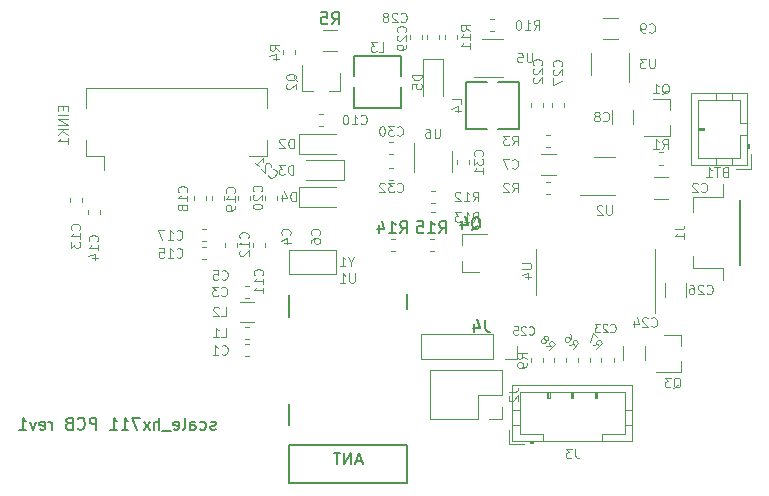
<source format=gbo>
G04 #@! TF.GenerationSoftware,KiCad,Pcbnew,5.1.5-52549c5~84~ubuntu18.04.1*
G04 #@! TF.CreationDate,2020-03-10T15:06:30+05:30*
G04 #@! TF.ProjectId,scale_hx711,7363616c-655f-4687-9837-31312e6b6963,rev?*
G04 #@! TF.SameCoordinates,Original*
G04 #@! TF.FileFunction,Legend,Bot*
G04 #@! TF.FilePolarity,Positive*
%FSLAX46Y46*%
G04 Gerber Fmt 4.6, Leading zero omitted, Abs format (unit mm)*
G04 Created by KiCad (PCBNEW 5.1.5-52549c5~84~ubuntu18.04.1) date 2020-03-10 15:06:30*
%MOMM*%
%LPD*%
G04 APERTURE LIST*
%ADD10C,0.150000*%
%ADD11C,0.120000*%
G04 APERTURE END LIST*
D10*
X34809523Y-45404761D02*
X34714285Y-45452380D01*
X34523809Y-45452380D01*
X34428571Y-45404761D01*
X34380952Y-45309523D01*
X34380952Y-45261904D01*
X34428571Y-45166666D01*
X34523809Y-45119047D01*
X34666666Y-45119047D01*
X34761904Y-45071428D01*
X34809523Y-44976190D01*
X34809523Y-44928571D01*
X34761904Y-44833333D01*
X34666666Y-44785714D01*
X34523809Y-44785714D01*
X34428571Y-44833333D01*
X33523809Y-45404761D02*
X33619047Y-45452380D01*
X33809523Y-45452380D01*
X33904761Y-45404761D01*
X33952380Y-45357142D01*
X34000000Y-45261904D01*
X34000000Y-44976190D01*
X33952380Y-44880952D01*
X33904761Y-44833333D01*
X33809523Y-44785714D01*
X33619047Y-44785714D01*
X33523809Y-44833333D01*
X32666666Y-45452380D02*
X32666666Y-44928571D01*
X32714285Y-44833333D01*
X32809523Y-44785714D01*
X33000000Y-44785714D01*
X33095238Y-44833333D01*
X32666666Y-45404761D02*
X32761904Y-45452380D01*
X33000000Y-45452380D01*
X33095238Y-45404761D01*
X33142857Y-45309523D01*
X33142857Y-45214285D01*
X33095238Y-45119047D01*
X33000000Y-45071428D01*
X32761904Y-45071428D01*
X32666666Y-45023809D01*
X32047619Y-45452380D02*
X32142857Y-45404761D01*
X32190476Y-45309523D01*
X32190476Y-44452380D01*
X31285714Y-45404761D02*
X31380952Y-45452380D01*
X31571428Y-45452380D01*
X31666666Y-45404761D01*
X31714285Y-45309523D01*
X31714285Y-44928571D01*
X31666666Y-44833333D01*
X31571428Y-44785714D01*
X31380952Y-44785714D01*
X31285714Y-44833333D01*
X31238095Y-44928571D01*
X31238095Y-45023809D01*
X31714285Y-45119047D01*
X31047619Y-45547619D02*
X30285714Y-45547619D01*
X30047619Y-45452380D02*
X30047619Y-44452380D01*
X29619047Y-45452380D02*
X29619047Y-44928571D01*
X29666666Y-44833333D01*
X29761904Y-44785714D01*
X29904761Y-44785714D01*
X30000000Y-44833333D01*
X30047619Y-44880952D01*
X29238095Y-45452380D02*
X28714285Y-44785714D01*
X29238095Y-44785714D02*
X28714285Y-45452380D01*
X28428571Y-44452380D02*
X27761904Y-44452380D01*
X28190476Y-45452380D01*
X26857142Y-45452380D02*
X27428571Y-45452380D01*
X27142857Y-45452380D02*
X27142857Y-44452380D01*
X27238095Y-44595238D01*
X27333333Y-44690476D01*
X27428571Y-44738095D01*
X25904761Y-45452380D02*
X26476190Y-45452380D01*
X26190476Y-45452380D02*
X26190476Y-44452380D01*
X26285714Y-44595238D01*
X26380952Y-44690476D01*
X26476190Y-44738095D01*
X24714285Y-45452380D02*
X24714285Y-44452380D01*
X24333333Y-44452380D01*
X24238095Y-44500000D01*
X24190476Y-44547619D01*
X24142857Y-44642857D01*
X24142857Y-44785714D01*
X24190476Y-44880952D01*
X24238095Y-44928571D01*
X24333333Y-44976190D01*
X24714285Y-44976190D01*
X23142857Y-45357142D02*
X23190476Y-45404761D01*
X23333333Y-45452380D01*
X23428571Y-45452380D01*
X23571428Y-45404761D01*
X23666666Y-45309523D01*
X23714285Y-45214285D01*
X23761904Y-45023809D01*
X23761904Y-44880952D01*
X23714285Y-44690476D01*
X23666666Y-44595238D01*
X23571428Y-44500000D01*
X23428571Y-44452380D01*
X23333333Y-44452380D01*
X23190476Y-44500000D01*
X23142857Y-44547619D01*
X22380952Y-44928571D02*
X22238095Y-44976190D01*
X22190476Y-45023809D01*
X22142857Y-45119047D01*
X22142857Y-45261904D01*
X22190476Y-45357142D01*
X22238095Y-45404761D01*
X22333333Y-45452380D01*
X22714285Y-45452380D01*
X22714285Y-44452380D01*
X22380952Y-44452380D01*
X22285714Y-44500000D01*
X22238095Y-44547619D01*
X22190476Y-44642857D01*
X22190476Y-44738095D01*
X22238095Y-44833333D01*
X22285714Y-44880952D01*
X22380952Y-44928571D01*
X22714285Y-44928571D01*
X20952380Y-45452380D02*
X20952380Y-44785714D01*
X20952380Y-44976190D02*
X20904761Y-44880952D01*
X20857142Y-44833333D01*
X20761904Y-44785714D01*
X20666666Y-44785714D01*
X19952380Y-45404761D02*
X20047619Y-45452380D01*
X20238095Y-45452380D01*
X20333333Y-45404761D01*
X20380952Y-45309523D01*
X20380952Y-44928571D01*
X20333333Y-44833333D01*
X20238095Y-44785714D01*
X20047619Y-44785714D01*
X19952380Y-44833333D01*
X19904761Y-44928571D01*
X19904761Y-45023809D01*
X20380952Y-45119047D01*
X19571428Y-44785714D02*
X19333333Y-45452380D01*
X19095238Y-44785714D01*
X18190476Y-45452380D02*
X18761904Y-45452380D01*
X18476190Y-45452380D02*
X18476190Y-44452380D01*
X18571428Y-44595238D01*
X18666666Y-44690476D01*
X18761904Y-44738095D01*
D11*
X49971267Y-30310000D02*
X49628733Y-30310000D01*
X49971267Y-29290000D02*
X49628733Y-29290000D01*
X37337221Y-38240000D02*
X37662779Y-38240000D01*
X37337221Y-39260000D02*
X37662779Y-39260000D01*
X71897936Y-25910000D02*
X73102064Y-25910000D01*
X71897936Y-24090000D02*
X73102064Y-24090000D01*
X37337221Y-34310000D02*
X37662779Y-34310000D01*
X37337221Y-33290000D02*
X37662779Y-33290000D01*
X63602064Y-22090000D02*
X62397936Y-22090000D01*
X63602064Y-23910000D02*
X62397936Y-23910000D01*
X70160000Y-18397936D02*
X70160000Y-19602064D01*
X68340000Y-18397936D02*
X68340000Y-19602064D01*
X67647936Y-12410000D02*
X68852064Y-12410000D01*
X67647936Y-10590000D02*
X68852064Y-10590000D01*
X43578733Y-19760000D02*
X43921267Y-19760000D01*
X43578733Y-18740000D02*
X43921267Y-18740000D01*
X37990000Y-29678733D02*
X37990000Y-30021267D01*
X39010000Y-29678733D02*
X39010000Y-30021267D01*
X35615000Y-29678733D02*
X35615000Y-30021267D01*
X36635000Y-29678733D02*
X36635000Y-30021267D01*
X23510000Y-25828733D02*
X23510000Y-26171267D01*
X22490000Y-25828733D02*
X22490000Y-26171267D01*
X23990000Y-26828733D02*
X23990000Y-27171267D01*
X25010000Y-26828733D02*
X25010000Y-27171267D01*
X33628733Y-31010000D02*
X33971267Y-31010000D01*
X33628733Y-29990000D02*
X33971267Y-29990000D01*
X33628733Y-28490000D02*
X33971267Y-28490000D01*
X33628733Y-29510000D02*
X33971267Y-29510000D01*
X32990000Y-25678733D02*
X32990000Y-26021267D01*
X34010000Y-25678733D02*
X34010000Y-26021267D01*
X35510000Y-25678733D02*
X35510000Y-26021267D01*
X34490000Y-25678733D02*
X34490000Y-26021267D01*
X37760000Y-25678733D02*
X37760000Y-26021267D01*
X36740000Y-25678733D02*
X36740000Y-26021267D01*
X40010000Y-25678733D02*
X40010000Y-26021267D01*
X38990000Y-25678733D02*
X38990000Y-26021267D01*
X69340000Y-38397936D02*
X69340000Y-39602064D01*
X71160000Y-38397936D02*
X71160000Y-39602064D01*
X74660000Y-33022936D02*
X74660000Y-34227064D01*
X72840000Y-33022936D02*
X72840000Y-34227064D01*
X41850000Y-22100000D02*
X41850000Y-20400000D01*
X41850000Y-20400000D02*
X45000000Y-20400000D01*
X41850000Y-22100000D02*
X45000000Y-22100000D01*
X45650000Y-22650000D02*
X42500000Y-22650000D01*
X45650000Y-24350000D02*
X42500000Y-24350000D01*
X45650000Y-22650000D02*
X45650000Y-24350000D01*
X41850000Y-26600000D02*
X41850000Y-24900000D01*
X41850000Y-24900000D02*
X45000000Y-24900000D01*
X41850000Y-26600000D02*
X45000000Y-26600000D01*
X25340000Y-22300000D02*
X23850000Y-22300000D01*
X23850000Y-22300000D02*
X23850000Y-20960000D01*
X37660000Y-22300000D02*
X39150000Y-22300000D01*
X39150000Y-22300000D02*
X39150000Y-20960000D01*
X23850000Y-18240000D02*
X23850000Y-16500000D01*
X23850000Y-16500000D02*
X39150000Y-16500000D01*
X39150000Y-16500000D02*
X39150000Y-18240000D01*
X25340000Y-22300000D02*
X25340000Y-23500000D01*
X75250000Y-27000000D02*
X75250000Y-25750000D01*
X75290000Y-25750000D02*
X77750000Y-25750000D01*
X77750000Y-25750000D02*
X77750000Y-24640000D01*
X75250000Y-30750000D02*
X75250000Y-31750000D01*
X75250000Y-31750000D02*
X77750000Y-31750000D01*
X77750000Y-31750000D02*
X77750000Y-32750000D01*
D10*
X79250000Y-26000000D02*
X79250000Y-31500000D01*
D11*
X37662779Y-36740000D02*
X37337221Y-36740000D01*
X37662779Y-37760000D02*
X37337221Y-37760000D01*
X38100000Y-34620000D02*
X36900000Y-34620000D01*
X36900000Y-36380000D02*
X38100000Y-36380000D01*
D10*
X50500000Y-15550000D02*
X50500000Y-13800000D01*
X50500000Y-13800000D02*
X46500000Y-13800000D01*
X46500000Y-13800000D02*
X46500000Y-15550000D01*
X50500000Y-16450000D02*
X50500000Y-18250000D01*
X50500000Y-18250000D02*
X46500000Y-18250000D01*
X46500000Y-18250000D02*
X46500000Y-16450000D01*
D11*
X73285000Y-17445000D02*
X73285000Y-18375000D01*
X73285000Y-20605000D02*
X73285000Y-19675000D01*
X73285000Y-20605000D02*
X71125000Y-20605000D01*
X73285000Y-17445000D02*
X71825000Y-17445000D01*
X45330000Y-16760000D02*
X44400000Y-16760000D01*
X42170000Y-16760000D02*
X43100000Y-16760000D01*
X42170000Y-16760000D02*
X42170000Y-14600000D01*
X45330000Y-16760000D02*
X45330000Y-15300000D01*
X74260000Y-37420000D02*
X72800000Y-37420000D01*
X74260000Y-40580000D02*
X72100000Y-40580000D01*
X74260000Y-40580000D02*
X74260000Y-39650000D01*
X74260000Y-37420000D02*
X74260000Y-38350000D01*
X72328733Y-23010000D02*
X72671267Y-23010000D01*
X72328733Y-21990000D02*
X72671267Y-21990000D01*
X63171267Y-24490000D02*
X62828733Y-24490000D01*
X63171267Y-25510000D02*
X62828733Y-25510000D01*
X62828733Y-20490000D02*
X63171267Y-20490000D01*
X62828733Y-21510000D02*
X63171267Y-21510000D01*
X40490000Y-13671267D02*
X40490000Y-13328733D01*
X41510000Y-13671267D02*
X41510000Y-13328733D01*
X66510000Y-39771267D02*
X66510000Y-39428733D01*
X65490000Y-39771267D02*
X65490000Y-39428733D01*
X68510000Y-39428733D02*
X68510000Y-39771267D01*
X67490000Y-39428733D02*
X67490000Y-39771267D01*
X63490000Y-39428733D02*
X63490000Y-39771267D01*
X64510000Y-39428733D02*
X64510000Y-39771267D01*
X62510000Y-39428733D02*
X62510000Y-39771267D01*
X61490000Y-39428733D02*
X61490000Y-39771267D01*
D10*
X51000000Y-46750000D02*
X41000000Y-46750000D01*
X41000000Y-50000000D02*
X51000000Y-50000000D01*
X40996200Y-43319400D02*
X40996200Y-45072000D01*
X40996200Y-49999600D02*
X40996200Y-46748400D01*
X40996200Y-34023000D02*
X40996200Y-35953400D01*
X51003800Y-33997600D02*
X51003800Y-35267600D01*
X51003800Y-49999600D02*
X51003800Y-46748400D01*
D11*
X66850000Y-22390000D02*
X68650000Y-22390000D01*
X68650000Y-25610000D02*
X65700000Y-25610000D01*
X66640000Y-15400000D02*
X66640000Y-13600000D01*
X69860000Y-13600000D02*
X69860000Y-16050000D01*
X61940000Y-32100000D02*
X61940000Y-30150000D01*
X61940000Y-32100000D02*
X61940000Y-34050000D01*
X72060000Y-32100000D02*
X72060000Y-30150000D01*
X72060000Y-32100000D02*
X72060000Y-35550000D01*
X41000000Y-30250000D02*
X45000000Y-30250000D01*
X45000000Y-30250000D02*
X45000000Y-32250000D01*
X45000000Y-32250000D02*
X41000000Y-32250000D01*
X41000000Y-32250000D02*
X41000000Y-30250000D01*
X79810000Y-23060000D02*
X75090000Y-23060000D01*
X75090000Y-23060000D02*
X75090000Y-16940000D01*
X75090000Y-16940000D02*
X79810000Y-16940000D01*
X79810000Y-16940000D02*
X79810000Y-23060000D01*
X79810000Y-21300000D02*
X80010000Y-21300000D01*
X80010000Y-21300000D02*
X80010000Y-21600000D01*
X80010000Y-21600000D02*
X79810000Y-21600000D01*
X79910000Y-21300000D02*
X79910000Y-21600000D01*
X79810000Y-20500000D02*
X79200000Y-20500000D01*
X79200000Y-20500000D02*
X79200000Y-22450000D01*
X79200000Y-22450000D02*
X75700000Y-22450000D01*
X75700000Y-22450000D02*
X75700000Y-17550000D01*
X75700000Y-17550000D02*
X79200000Y-17550000D01*
X79200000Y-17550000D02*
X79200000Y-19500000D01*
X79200000Y-19500000D02*
X79810000Y-19500000D01*
X78500000Y-23060000D02*
X78500000Y-22450000D01*
X77200000Y-23060000D02*
X77200000Y-22450000D01*
X78500000Y-16940000D02*
X78500000Y-17550000D01*
X77200000Y-16940000D02*
X77200000Y-17550000D01*
X75700000Y-20100000D02*
X76200000Y-20100000D01*
X76200000Y-20100000D02*
X76200000Y-19900000D01*
X76200000Y-19900000D02*
X75700000Y-19900000D01*
X75700000Y-20000000D02*
X76200000Y-20000000D01*
X80110000Y-22110000D02*
X80110000Y-23360000D01*
X80110000Y-23360000D02*
X78860000Y-23360000D01*
X52940000Y-44560000D02*
X52940000Y-40440000D01*
X57000000Y-44560000D02*
X52940000Y-44560000D01*
X59060000Y-40440000D02*
X52940000Y-40440000D01*
X57000000Y-44560000D02*
X57000000Y-42500000D01*
X57000000Y-42500000D02*
X59060000Y-42500000D01*
X59060000Y-42500000D02*
X59060000Y-40440000D01*
X58000000Y-44560000D02*
X59060000Y-44560000D01*
X59060000Y-44560000D02*
X59060000Y-43500000D01*
X59940000Y-46410000D02*
X59940000Y-41690000D01*
X59940000Y-41690000D02*
X70060000Y-41690000D01*
X70060000Y-41690000D02*
X70060000Y-46410000D01*
X70060000Y-46410000D02*
X59940000Y-46410000D01*
X61700000Y-46410000D02*
X61700000Y-46610000D01*
X61700000Y-46610000D02*
X61400000Y-46610000D01*
X61400000Y-46610000D02*
X61400000Y-46410000D01*
X61700000Y-46510000D02*
X61400000Y-46510000D01*
X62500000Y-46410000D02*
X62500000Y-45800000D01*
X62500000Y-45800000D02*
X60550000Y-45800000D01*
X60550000Y-45800000D02*
X60550000Y-42300000D01*
X60550000Y-42300000D02*
X69450000Y-42300000D01*
X69450000Y-42300000D02*
X69450000Y-45800000D01*
X69450000Y-45800000D02*
X67500000Y-45800000D01*
X67500000Y-45800000D02*
X67500000Y-46410000D01*
X59940000Y-45100000D02*
X60550000Y-45100000D01*
X59940000Y-43800000D02*
X60550000Y-43800000D01*
X70060000Y-45100000D02*
X69450000Y-45100000D01*
X70060000Y-43800000D02*
X69450000Y-43800000D01*
X62900000Y-42300000D02*
X62900000Y-42800000D01*
X62900000Y-42800000D02*
X63100000Y-42800000D01*
X63100000Y-42800000D02*
X63100000Y-42300000D01*
X63000000Y-42300000D02*
X63000000Y-42800000D01*
X64900000Y-42300000D02*
X64900000Y-42800000D01*
X64900000Y-42800000D02*
X65100000Y-42800000D01*
X65100000Y-42800000D02*
X65100000Y-42300000D01*
X65000000Y-42300000D02*
X65000000Y-42800000D01*
X66900000Y-42300000D02*
X66900000Y-42800000D01*
X66900000Y-42800000D02*
X67100000Y-42800000D01*
X67100000Y-42800000D02*
X67100000Y-42300000D01*
X67000000Y-42300000D02*
X67000000Y-42800000D01*
X60890000Y-46710000D02*
X59640000Y-46710000D01*
X59640000Y-46710000D02*
X59640000Y-45460000D01*
X62535000Y-18171267D02*
X62535000Y-17828733D01*
X61515000Y-18171267D02*
X61515000Y-17828733D01*
X64285000Y-18171267D02*
X64285000Y-17828733D01*
X63265000Y-18171267D02*
X63265000Y-17828733D01*
X52740000Y-12421267D02*
X52740000Y-12078733D01*
X53760000Y-12421267D02*
X53760000Y-12078733D01*
X52260000Y-12421267D02*
X52260000Y-12078733D01*
X51240000Y-12421267D02*
X51240000Y-12078733D01*
X49871267Y-22160000D02*
X49528733Y-22160000D01*
X49871267Y-21140000D02*
X49528733Y-21140000D01*
X56235000Y-22946267D02*
X56235000Y-22603733D01*
X55215000Y-22946267D02*
X55215000Y-22603733D01*
X49871267Y-24360000D02*
X49528733Y-24360000D01*
X49871267Y-23340000D02*
X49528733Y-23340000D01*
X52400000Y-14100000D02*
X54100000Y-14100000D01*
X54100000Y-14100000D02*
X54100000Y-17250000D01*
X52400000Y-14100000D02*
X52400000Y-17250000D01*
D10*
X58725000Y-20000000D02*
X60475000Y-20000000D01*
X60475000Y-20000000D02*
X60475000Y-16000000D01*
X60475000Y-16000000D02*
X58725000Y-16000000D01*
X57825000Y-20000000D02*
X56025000Y-20000000D01*
X56025000Y-20000000D02*
X56025000Y-16000000D01*
X56025000Y-16000000D02*
X57825000Y-16000000D01*
D11*
X58078733Y-11735000D02*
X58421267Y-11735000D01*
X58078733Y-10715000D02*
X58421267Y-10715000D01*
X54240000Y-12421267D02*
X54240000Y-12078733D01*
X55260000Y-12421267D02*
X55260000Y-12078733D01*
X53371267Y-25240000D02*
X53028733Y-25240000D01*
X53371267Y-26260000D02*
X53028733Y-26260000D01*
X53371267Y-28010000D02*
X53028733Y-28010000D01*
X53371267Y-26990000D02*
X53028733Y-26990000D01*
X57375000Y-12415000D02*
X59175000Y-12415000D01*
X59175000Y-15635000D02*
X56725000Y-15635000D01*
X51590000Y-23650000D02*
X51590000Y-21200000D01*
X54810000Y-21850000D02*
X54810000Y-23650000D01*
X52240000Y-39460000D02*
X52240000Y-37340000D01*
X58300000Y-39460000D02*
X52240000Y-39460000D01*
X58300000Y-37340000D02*
X52240000Y-37340000D01*
X58300000Y-39460000D02*
X58300000Y-37340000D01*
X59300000Y-39460000D02*
X60360000Y-39460000D01*
X60360000Y-39460000D02*
X60360000Y-38400000D01*
X45102064Y-11590000D02*
X43897936Y-11590000D01*
X45102064Y-13410000D02*
X43897936Y-13410000D01*
X55640000Y-32080000D02*
X55640000Y-31150000D01*
X55640000Y-28920000D02*
X55640000Y-29850000D01*
X55640000Y-28920000D02*
X57800000Y-28920000D01*
X55640000Y-32080000D02*
X57100000Y-32080000D01*
X53271267Y-29290000D02*
X52928733Y-29290000D01*
X53271267Y-30310000D02*
X52928733Y-30310000D01*
D10*
X50442857Y-28822380D02*
X50776190Y-28346190D01*
X51014285Y-28822380D02*
X51014285Y-27822380D01*
X50633333Y-27822380D01*
X50538095Y-27870000D01*
X50490476Y-27917619D01*
X50442857Y-28012857D01*
X50442857Y-28155714D01*
X50490476Y-28250952D01*
X50538095Y-28298571D01*
X50633333Y-28346190D01*
X51014285Y-28346190D01*
X49490476Y-28822380D02*
X50061904Y-28822380D01*
X49776190Y-28822380D02*
X49776190Y-27822380D01*
X49871428Y-27965238D01*
X49966666Y-28060476D01*
X50061904Y-28108095D01*
X48633333Y-28155714D02*
X48633333Y-28822380D01*
X48871428Y-27774761D02*
X49109523Y-28489047D01*
X48490476Y-28489047D01*
D11*
X35333333Y-39035714D02*
X35371428Y-39073809D01*
X35485714Y-39111904D01*
X35561904Y-39111904D01*
X35676190Y-39073809D01*
X35752380Y-38997619D01*
X35790476Y-38921428D01*
X35828571Y-38769047D01*
X35828571Y-38654761D01*
X35790476Y-38502380D01*
X35752380Y-38426190D01*
X35676190Y-38350000D01*
X35561904Y-38311904D01*
X35485714Y-38311904D01*
X35371428Y-38350000D01*
X35333333Y-38388095D01*
X34571428Y-39111904D02*
X35028571Y-39111904D01*
X34800000Y-39111904D02*
X34800000Y-38311904D01*
X34876190Y-38426190D01*
X34952380Y-38502380D01*
X35028571Y-38540476D01*
X75933333Y-25285714D02*
X75971428Y-25323809D01*
X76085714Y-25361904D01*
X76161904Y-25361904D01*
X76276190Y-25323809D01*
X76352380Y-25247619D01*
X76390476Y-25171428D01*
X76428571Y-25019047D01*
X76428571Y-24904761D01*
X76390476Y-24752380D01*
X76352380Y-24676190D01*
X76276190Y-24600000D01*
X76161904Y-24561904D01*
X76085714Y-24561904D01*
X75971428Y-24600000D01*
X75933333Y-24638095D01*
X75628571Y-24638095D02*
X75590476Y-24600000D01*
X75514285Y-24561904D01*
X75323809Y-24561904D01*
X75247619Y-24600000D01*
X75209523Y-24638095D01*
X75171428Y-24714285D01*
X75171428Y-24790476D01*
X75209523Y-24904761D01*
X75666666Y-25361904D01*
X75171428Y-25361904D01*
X35308333Y-34085714D02*
X35346428Y-34123809D01*
X35460714Y-34161904D01*
X35536904Y-34161904D01*
X35651190Y-34123809D01*
X35727380Y-34047619D01*
X35765476Y-33971428D01*
X35803571Y-33819047D01*
X35803571Y-33704761D01*
X35765476Y-33552380D01*
X35727380Y-33476190D01*
X35651190Y-33400000D01*
X35536904Y-33361904D01*
X35460714Y-33361904D01*
X35346428Y-33400000D01*
X35308333Y-33438095D01*
X35041666Y-33361904D02*
X34546428Y-33361904D01*
X34813095Y-33666666D01*
X34698809Y-33666666D01*
X34622619Y-33704761D01*
X34584523Y-33742857D01*
X34546428Y-33819047D01*
X34546428Y-34009523D01*
X34584523Y-34085714D01*
X34622619Y-34123809D01*
X34698809Y-34161904D01*
X34927380Y-34161904D01*
X35003571Y-34123809D01*
X35041666Y-34085714D01*
X41085714Y-28966666D02*
X41123809Y-28928571D01*
X41161904Y-28814285D01*
X41161904Y-28738095D01*
X41123809Y-28623809D01*
X41047619Y-28547619D01*
X40971428Y-28509523D01*
X40819047Y-28471428D01*
X40704761Y-28471428D01*
X40552380Y-28509523D01*
X40476190Y-28547619D01*
X40400000Y-28623809D01*
X40361904Y-28738095D01*
X40361904Y-28814285D01*
X40400000Y-28928571D01*
X40438095Y-28966666D01*
X40628571Y-29652380D02*
X41161904Y-29652380D01*
X40323809Y-29461904D02*
X40895238Y-29271428D01*
X40895238Y-29766666D01*
X35333333Y-32685714D02*
X35371428Y-32723809D01*
X35485714Y-32761904D01*
X35561904Y-32761904D01*
X35676190Y-32723809D01*
X35752380Y-32647619D01*
X35790476Y-32571428D01*
X35828571Y-32419047D01*
X35828571Y-32304761D01*
X35790476Y-32152380D01*
X35752380Y-32076190D01*
X35676190Y-32000000D01*
X35561904Y-31961904D01*
X35485714Y-31961904D01*
X35371428Y-32000000D01*
X35333333Y-32038095D01*
X34609523Y-31961904D02*
X34990476Y-31961904D01*
X35028571Y-32342857D01*
X34990476Y-32304761D01*
X34914285Y-32266666D01*
X34723809Y-32266666D01*
X34647619Y-32304761D01*
X34609523Y-32342857D01*
X34571428Y-32419047D01*
X34571428Y-32609523D01*
X34609523Y-32685714D01*
X34647619Y-32723809D01*
X34723809Y-32761904D01*
X34914285Y-32761904D01*
X34990476Y-32723809D01*
X35028571Y-32685714D01*
X43585714Y-28966666D02*
X43623809Y-28928571D01*
X43661904Y-28814285D01*
X43661904Y-28738095D01*
X43623809Y-28623809D01*
X43547619Y-28547619D01*
X43471428Y-28509523D01*
X43319047Y-28471428D01*
X43204761Y-28471428D01*
X43052380Y-28509523D01*
X42976190Y-28547619D01*
X42900000Y-28623809D01*
X42861904Y-28738095D01*
X42861904Y-28814285D01*
X42900000Y-28928571D01*
X42938095Y-28966666D01*
X42861904Y-29652380D02*
X42861904Y-29500000D01*
X42900000Y-29423809D01*
X42938095Y-29385714D01*
X43052380Y-29309523D01*
X43204761Y-29271428D01*
X43509523Y-29271428D01*
X43585714Y-29309523D01*
X43623809Y-29347619D01*
X43661904Y-29423809D01*
X43661904Y-29576190D01*
X43623809Y-29652380D01*
X43585714Y-29690476D01*
X43509523Y-29728571D01*
X43319047Y-29728571D01*
X43242857Y-29690476D01*
X43204761Y-29652380D01*
X43166666Y-29576190D01*
X43166666Y-29423809D01*
X43204761Y-29347619D01*
X43242857Y-29309523D01*
X43319047Y-29271428D01*
X59933333Y-23285714D02*
X59971428Y-23323809D01*
X60085714Y-23361904D01*
X60161904Y-23361904D01*
X60276190Y-23323809D01*
X60352380Y-23247619D01*
X60390476Y-23171428D01*
X60428571Y-23019047D01*
X60428571Y-22904761D01*
X60390476Y-22752380D01*
X60352380Y-22676190D01*
X60276190Y-22600000D01*
X60161904Y-22561904D01*
X60085714Y-22561904D01*
X59971428Y-22600000D01*
X59933333Y-22638095D01*
X59666666Y-22561904D02*
X59133333Y-22561904D01*
X59476190Y-23361904D01*
X67633333Y-19285714D02*
X67671428Y-19323809D01*
X67785714Y-19361904D01*
X67861904Y-19361904D01*
X67976190Y-19323809D01*
X68052380Y-19247619D01*
X68090476Y-19171428D01*
X68128571Y-19019047D01*
X68128571Y-18904761D01*
X68090476Y-18752380D01*
X68052380Y-18676190D01*
X67976190Y-18600000D01*
X67861904Y-18561904D01*
X67785714Y-18561904D01*
X67671428Y-18600000D01*
X67633333Y-18638095D01*
X67176190Y-18904761D02*
X67252380Y-18866666D01*
X67290476Y-18828571D01*
X67328571Y-18752380D01*
X67328571Y-18714285D01*
X67290476Y-18638095D01*
X67252380Y-18600000D01*
X67176190Y-18561904D01*
X67023809Y-18561904D01*
X66947619Y-18600000D01*
X66909523Y-18638095D01*
X66871428Y-18714285D01*
X66871428Y-18752380D01*
X66909523Y-18828571D01*
X66947619Y-18866666D01*
X67023809Y-18904761D01*
X67176190Y-18904761D01*
X67252380Y-18942857D01*
X67290476Y-18980952D01*
X67328571Y-19057142D01*
X67328571Y-19209523D01*
X67290476Y-19285714D01*
X67252380Y-19323809D01*
X67176190Y-19361904D01*
X67023809Y-19361904D01*
X66947619Y-19323809D01*
X66909523Y-19285714D01*
X66871428Y-19209523D01*
X66871428Y-19057142D01*
X66909523Y-18980952D01*
X66947619Y-18942857D01*
X67023809Y-18904761D01*
X71533333Y-11785714D02*
X71571428Y-11823809D01*
X71685714Y-11861904D01*
X71761904Y-11861904D01*
X71876190Y-11823809D01*
X71952380Y-11747619D01*
X71990476Y-11671428D01*
X72028571Y-11519047D01*
X72028571Y-11404761D01*
X71990476Y-11252380D01*
X71952380Y-11176190D01*
X71876190Y-11100000D01*
X71761904Y-11061904D01*
X71685714Y-11061904D01*
X71571428Y-11100000D01*
X71533333Y-11138095D01*
X71152380Y-11861904D02*
X71000000Y-11861904D01*
X70923809Y-11823809D01*
X70885714Y-11785714D01*
X70809523Y-11671428D01*
X70771428Y-11519047D01*
X70771428Y-11214285D01*
X70809523Y-11138095D01*
X70847619Y-11100000D01*
X70923809Y-11061904D01*
X71076190Y-11061904D01*
X71152380Y-11100000D01*
X71190476Y-11138095D01*
X71228571Y-11214285D01*
X71228571Y-11404761D01*
X71190476Y-11480952D01*
X71152380Y-11519047D01*
X71076190Y-11557142D01*
X70923809Y-11557142D01*
X70847619Y-11519047D01*
X70809523Y-11480952D01*
X70771428Y-11404761D01*
X47114285Y-19535714D02*
X47152380Y-19573809D01*
X47266666Y-19611904D01*
X47342857Y-19611904D01*
X47457142Y-19573809D01*
X47533333Y-19497619D01*
X47571428Y-19421428D01*
X47609523Y-19269047D01*
X47609523Y-19154761D01*
X47571428Y-19002380D01*
X47533333Y-18926190D01*
X47457142Y-18850000D01*
X47342857Y-18811904D01*
X47266666Y-18811904D01*
X47152380Y-18850000D01*
X47114285Y-18888095D01*
X46352380Y-19611904D02*
X46809523Y-19611904D01*
X46580952Y-19611904D02*
X46580952Y-18811904D01*
X46657142Y-18926190D01*
X46733333Y-19002380D01*
X46809523Y-19040476D01*
X45857142Y-18811904D02*
X45780952Y-18811904D01*
X45704761Y-18850000D01*
X45666666Y-18888095D01*
X45628571Y-18964285D01*
X45590476Y-19116666D01*
X45590476Y-19307142D01*
X45628571Y-19459523D01*
X45666666Y-19535714D01*
X45704761Y-19573809D01*
X45780952Y-19611904D01*
X45857142Y-19611904D01*
X45933333Y-19573809D01*
X45971428Y-19535714D01*
X46009523Y-19459523D01*
X46047619Y-19307142D01*
X46047619Y-19116666D01*
X46009523Y-18964285D01*
X45971428Y-18888095D01*
X45933333Y-18850000D01*
X45857142Y-18811904D01*
X38760714Y-32360714D02*
X38798809Y-32322619D01*
X38836904Y-32208333D01*
X38836904Y-32132142D01*
X38798809Y-32017857D01*
X38722619Y-31941666D01*
X38646428Y-31903571D01*
X38494047Y-31865476D01*
X38379761Y-31865476D01*
X38227380Y-31903571D01*
X38151190Y-31941666D01*
X38075000Y-32017857D01*
X38036904Y-32132142D01*
X38036904Y-32208333D01*
X38075000Y-32322619D01*
X38113095Y-32360714D01*
X38836904Y-33122619D02*
X38836904Y-32665476D01*
X38836904Y-32894047D02*
X38036904Y-32894047D01*
X38151190Y-32817857D01*
X38227380Y-32741666D01*
X38265476Y-32665476D01*
X38836904Y-33884523D02*
X38836904Y-33427380D01*
X38836904Y-33655952D02*
X38036904Y-33655952D01*
X38151190Y-33579761D01*
X38227380Y-33503571D01*
X38265476Y-33427380D01*
X37535714Y-29235714D02*
X37573809Y-29197619D01*
X37611904Y-29083333D01*
X37611904Y-29007142D01*
X37573809Y-28892857D01*
X37497619Y-28816666D01*
X37421428Y-28778571D01*
X37269047Y-28740476D01*
X37154761Y-28740476D01*
X37002380Y-28778571D01*
X36926190Y-28816666D01*
X36850000Y-28892857D01*
X36811904Y-29007142D01*
X36811904Y-29083333D01*
X36850000Y-29197619D01*
X36888095Y-29235714D01*
X37611904Y-29997619D02*
X37611904Y-29540476D01*
X37611904Y-29769047D02*
X36811904Y-29769047D01*
X36926190Y-29692857D01*
X37002380Y-29616666D01*
X37040476Y-29540476D01*
X36888095Y-30302380D02*
X36850000Y-30340476D01*
X36811904Y-30416666D01*
X36811904Y-30607142D01*
X36850000Y-30683333D01*
X36888095Y-30721428D01*
X36964285Y-30759523D01*
X37040476Y-30759523D01*
X37154761Y-30721428D01*
X37611904Y-30264285D01*
X37611904Y-30759523D01*
X23285714Y-28535714D02*
X23323809Y-28497619D01*
X23361904Y-28383333D01*
X23361904Y-28307142D01*
X23323809Y-28192857D01*
X23247619Y-28116666D01*
X23171428Y-28078571D01*
X23019047Y-28040476D01*
X22904761Y-28040476D01*
X22752380Y-28078571D01*
X22676190Y-28116666D01*
X22600000Y-28192857D01*
X22561904Y-28307142D01*
X22561904Y-28383333D01*
X22600000Y-28497619D01*
X22638095Y-28535714D01*
X23361904Y-29297619D02*
X23361904Y-28840476D01*
X23361904Y-29069047D02*
X22561904Y-29069047D01*
X22676190Y-28992857D01*
X22752380Y-28916666D01*
X22790476Y-28840476D01*
X22561904Y-29564285D02*
X22561904Y-30059523D01*
X22866666Y-29792857D01*
X22866666Y-29907142D01*
X22904761Y-29983333D01*
X22942857Y-30021428D01*
X23019047Y-30059523D01*
X23209523Y-30059523D01*
X23285714Y-30021428D01*
X23323809Y-29983333D01*
X23361904Y-29907142D01*
X23361904Y-29678571D01*
X23323809Y-29602380D01*
X23285714Y-29564285D01*
X24785714Y-29510714D02*
X24823809Y-29472619D01*
X24861904Y-29358333D01*
X24861904Y-29282142D01*
X24823809Y-29167857D01*
X24747619Y-29091666D01*
X24671428Y-29053571D01*
X24519047Y-29015476D01*
X24404761Y-29015476D01*
X24252380Y-29053571D01*
X24176190Y-29091666D01*
X24100000Y-29167857D01*
X24061904Y-29282142D01*
X24061904Y-29358333D01*
X24100000Y-29472619D01*
X24138095Y-29510714D01*
X24861904Y-30272619D02*
X24861904Y-29815476D01*
X24861904Y-30044047D02*
X24061904Y-30044047D01*
X24176190Y-29967857D01*
X24252380Y-29891666D01*
X24290476Y-29815476D01*
X24328571Y-30958333D02*
X24861904Y-30958333D01*
X24023809Y-30767857D02*
X24595238Y-30577380D01*
X24595238Y-31072619D01*
X31514285Y-30810714D02*
X31552380Y-30848809D01*
X31666666Y-30886904D01*
X31742857Y-30886904D01*
X31857142Y-30848809D01*
X31933333Y-30772619D01*
X31971428Y-30696428D01*
X32009523Y-30544047D01*
X32009523Y-30429761D01*
X31971428Y-30277380D01*
X31933333Y-30201190D01*
X31857142Y-30125000D01*
X31742857Y-30086904D01*
X31666666Y-30086904D01*
X31552380Y-30125000D01*
X31514285Y-30163095D01*
X30752380Y-30886904D02*
X31209523Y-30886904D01*
X30980952Y-30886904D02*
X30980952Y-30086904D01*
X31057142Y-30201190D01*
X31133333Y-30277380D01*
X31209523Y-30315476D01*
X30028571Y-30086904D02*
X30409523Y-30086904D01*
X30447619Y-30467857D01*
X30409523Y-30429761D01*
X30333333Y-30391666D01*
X30142857Y-30391666D01*
X30066666Y-30429761D01*
X30028571Y-30467857D01*
X29990476Y-30544047D01*
X29990476Y-30734523D01*
X30028571Y-30810714D01*
X30066666Y-30848809D01*
X30142857Y-30886904D01*
X30333333Y-30886904D01*
X30409523Y-30848809D01*
X30447619Y-30810714D01*
X31514285Y-29285714D02*
X31552380Y-29323809D01*
X31666666Y-29361904D01*
X31742857Y-29361904D01*
X31857142Y-29323809D01*
X31933333Y-29247619D01*
X31971428Y-29171428D01*
X32009523Y-29019047D01*
X32009523Y-28904761D01*
X31971428Y-28752380D01*
X31933333Y-28676190D01*
X31857142Y-28600000D01*
X31742857Y-28561904D01*
X31666666Y-28561904D01*
X31552380Y-28600000D01*
X31514285Y-28638095D01*
X30752380Y-29361904D02*
X31209523Y-29361904D01*
X30980952Y-29361904D02*
X30980952Y-28561904D01*
X31057142Y-28676190D01*
X31133333Y-28752380D01*
X31209523Y-28790476D01*
X30485714Y-28561904D02*
X29952380Y-28561904D01*
X30295238Y-29361904D01*
X32355714Y-25335714D02*
X32393809Y-25297619D01*
X32431904Y-25183333D01*
X32431904Y-25107142D01*
X32393809Y-24992857D01*
X32317619Y-24916666D01*
X32241428Y-24878571D01*
X32089047Y-24840476D01*
X31974761Y-24840476D01*
X31822380Y-24878571D01*
X31746190Y-24916666D01*
X31670000Y-24992857D01*
X31631904Y-25107142D01*
X31631904Y-25183333D01*
X31670000Y-25297619D01*
X31708095Y-25335714D01*
X32431904Y-26097619D02*
X32431904Y-25640476D01*
X32431904Y-25869047D02*
X31631904Y-25869047D01*
X31746190Y-25792857D01*
X31822380Y-25716666D01*
X31860476Y-25640476D01*
X31974761Y-26554761D02*
X31936666Y-26478571D01*
X31898571Y-26440476D01*
X31822380Y-26402380D01*
X31784285Y-26402380D01*
X31708095Y-26440476D01*
X31670000Y-26478571D01*
X31631904Y-26554761D01*
X31631904Y-26707142D01*
X31670000Y-26783333D01*
X31708095Y-26821428D01*
X31784285Y-26859523D01*
X31822380Y-26859523D01*
X31898571Y-26821428D01*
X31936666Y-26783333D01*
X31974761Y-26707142D01*
X31974761Y-26554761D01*
X32012857Y-26478571D01*
X32050952Y-26440476D01*
X32127142Y-26402380D01*
X32279523Y-26402380D01*
X32355714Y-26440476D01*
X32393809Y-26478571D01*
X32431904Y-26554761D01*
X32431904Y-26707142D01*
X32393809Y-26783333D01*
X32355714Y-26821428D01*
X32279523Y-26859523D01*
X32127142Y-26859523D01*
X32050952Y-26821428D01*
X32012857Y-26783333D01*
X31974761Y-26707142D01*
X36385714Y-25385714D02*
X36423809Y-25347619D01*
X36461904Y-25233333D01*
X36461904Y-25157142D01*
X36423809Y-25042857D01*
X36347619Y-24966666D01*
X36271428Y-24928571D01*
X36119047Y-24890476D01*
X36004761Y-24890476D01*
X35852380Y-24928571D01*
X35776190Y-24966666D01*
X35700000Y-25042857D01*
X35661904Y-25157142D01*
X35661904Y-25233333D01*
X35700000Y-25347619D01*
X35738095Y-25385714D01*
X36461904Y-26147619D02*
X36461904Y-25690476D01*
X36461904Y-25919047D02*
X35661904Y-25919047D01*
X35776190Y-25842857D01*
X35852380Y-25766666D01*
X35890476Y-25690476D01*
X36461904Y-26528571D02*
X36461904Y-26680952D01*
X36423809Y-26757142D01*
X36385714Y-26795238D01*
X36271428Y-26871428D01*
X36119047Y-26909523D01*
X35814285Y-26909523D01*
X35738095Y-26871428D01*
X35700000Y-26833333D01*
X35661904Y-26757142D01*
X35661904Y-26604761D01*
X35700000Y-26528571D01*
X35738095Y-26490476D01*
X35814285Y-26452380D01*
X36004761Y-26452380D01*
X36080952Y-26490476D01*
X36119047Y-26528571D01*
X36157142Y-26604761D01*
X36157142Y-26757142D01*
X36119047Y-26833333D01*
X36080952Y-26871428D01*
X36004761Y-26909523D01*
X38685714Y-25285714D02*
X38723809Y-25247619D01*
X38761904Y-25133333D01*
X38761904Y-25057142D01*
X38723809Y-24942857D01*
X38647619Y-24866666D01*
X38571428Y-24828571D01*
X38419047Y-24790476D01*
X38304761Y-24790476D01*
X38152380Y-24828571D01*
X38076190Y-24866666D01*
X38000000Y-24942857D01*
X37961904Y-25057142D01*
X37961904Y-25133333D01*
X38000000Y-25247619D01*
X38038095Y-25285714D01*
X38038095Y-25590476D02*
X38000000Y-25628571D01*
X37961904Y-25704761D01*
X37961904Y-25895238D01*
X38000000Y-25971428D01*
X38038095Y-26009523D01*
X38114285Y-26047619D01*
X38190476Y-26047619D01*
X38304761Y-26009523D01*
X38761904Y-25552380D01*
X38761904Y-26047619D01*
X37961904Y-26542857D02*
X37961904Y-26619047D01*
X38000000Y-26695238D01*
X38038095Y-26733333D01*
X38114285Y-26771428D01*
X38266666Y-26809523D01*
X38457142Y-26809523D01*
X38609523Y-26771428D01*
X38685714Y-26733333D01*
X38723809Y-26695238D01*
X38761904Y-26619047D01*
X38761904Y-26542857D01*
X38723809Y-26466666D01*
X38685714Y-26428571D01*
X38609523Y-26390476D01*
X38457142Y-26352380D01*
X38266666Y-26352380D01*
X38114285Y-26390476D01*
X38038095Y-26428571D01*
X38000000Y-26466666D01*
X37961904Y-26542857D01*
X39261624Y-23865685D02*
X39261624Y-23919560D01*
X39315499Y-24027309D01*
X39369374Y-24081184D01*
X39477123Y-24135059D01*
X39584873Y-24135059D01*
X39665685Y-24108122D01*
X39800372Y-24027309D01*
X39881184Y-23946497D01*
X39961996Y-23811810D01*
X39988934Y-23730998D01*
X39988934Y-23623248D01*
X39935059Y-23515499D01*
X39881184Y-23461624D01*
X39773435Y-23407749D01*
X39719560Y-23407749D01*
X39504061Y-23192250D02*
X39504061Y-23138375D01*
X39477123Y-23057563D01*
X39342436Y-22922876D01*
X39261624Y-22895938D01*
X39207749Y-22895938D01*
X39126937Y-22922876D01*
X39073062Y-22976751D01*
X39019187Y-23084500D01*
X39019187Y-23730998D01*
X38669001Y-23380812D01*
X38130253Y-22842064D02*
X38453502Y-23165312D01*
X38291877Y-23003688D02*
X38857563Y-22438003D01*
X38830625Y-22572690D01*
X38830625Y-22680439D01*
X38857563Y-22761251D01*
X68250000Y-37150000D02*
X68283333Y-37183333D01*
X68383333Y-37216666D01*
X68450000Y-37216666D01*
X68550000Y-37183333D01*
X68616666Y-37116666D01*
X68650000Y-37050000D01*
X68683333Y-36916666D01*
X68683333Y-36816666D01*
X68650000Y-36683333D01*
X68616666Y-36616666D01*
X68550000Y-36550000D01*
X68450000Y-36516666D01*
X68383333Y-36516666D01*
X68283333Y-36550000D01*
X68250000Y-36583333D01*
X67983333Y-36583333D02*
X67950000Y-36550000D01*
X67883333Y-36516666D01*
X67716666Y-36516666D01*
X67650000Y-36550000D01*
X67616666Y-36583333D01*
X67583333Y-36650000D01*
X67583333Y-36716666D01*
X67616666Y-36816666D01*
X68016666Y-37216666D01*
X67583333Y-37216666D01*
X67350000Y-36516666D02*
X66916666Y-36516666D01*
X67150000Y-36783333D01*
X67050000Y-36783333D01*
X66983333Y-36816666D01*
X66950000Y-36850000D01*
X66916666Y-36916666D01*
X66916666Y-37083333D01*
X66950000Y-37150000D01*
X66983333Y-37183333D01*
X67050000Y-37216666D01*
X67250000Y-37216666D01*
X67316666Y-37183333D01*
X67350000Y-37150000D01*
X71714285Y-36685714D02*
X71752380Y-36723809D01*
X71866666Y-36761904D01*
X71942857Y-36761904D01*
X72057142Y-36723809D01*
X72133333Y-36647619D01*
X72171428Y-36571428D01*
X72209523Y-36419047D01*
X72209523Y-36304761D01*
X72171428Y-36152380D01*
X72133333Y-36076190D01*
X72057142Y-36000000D01*
X71942857Y-35961904D01*
X71866666Y-35961904D01*
X71752380Y-36000000D01*
X71714285Y-36038095D01*
X71409523Y-36038095D02*
X71371428Y-36000000D01*
X71295238Y-35961904D01*
X71104761Y-35961904D01*
X71028571Y-36000000D01*
X70990476Y-36038095D01*
X70952380Y-36114285D01*
X70952380Y-36190476D01*
X70990476Y-36304761D01*
X71447619Y-36761904D01*
X70952380Y-36761904D01*
X70266666Y-36228571D02*
X70266666Y-36761904D01*
X70457142Y-35923809D02*
X70647619Y-36495238D01*
X70152380Y-36495238D01*
X61350000Y-37350000D02*
X61383333Y-37383333D01*
X61483333Y-37416666D01*
X61550000Y-37416666D01*
X61650000Y-37383333D01*
X61716666Y-37316666D01*
X61750000Y-37250000D01*
X61783333Y-37116666D01*
X61783333Y-37016666D01*
X61750000Y-36883333D01*
X61716666Y-36816666D01*
X61650000Y-36750000D01*
X61550000Y-36716666D01*
X61483333Y-36716666D01*
X61383333Y-36750000D01*
X61350000Y-36783333D01*
X61083333Y-36783333D02*
X61050000Y-36750000D01*
X60983333Y-36716666D01*
X60816666Y-36716666D01*
X60750000Y-36750000D01*
X60716666Y-36783333D01*
X60683333Y-36850000D01*
X60683333Y-36916666D01*
X60716666Y-37016666D01*
X61116666Y-37416666D01*
X60683333Y-37416666D01*
X60050000Y-36716666D02*
X60383333Y-36716666D01*
X60416666Y-37050000D01*
X60383333Y-37016666D01*
X60316666Y-36983333D01*
X60150000Y-36983333D01*
X60083333Y-37016666D01*
X60050000Y-37050000D01*
X60016666Y-37116666D01*
X60016666Y-37283333D01*
X60050000Y-37350000D01*
X60083333Y-37383333D01*
X60150000Y-37416666D01*
X60316666Y-37416666D01*
X60383333Y-37383333D01*
X60416666Y-37350000D01*
X76414285Y-33910714D02*
X76452380Y-33948809D01*
X76566666Y-33986904D01*
X76642857Y-33986904D01*
X76757142Y-33948809D01*
X76833333Y-33872619D01*
X76871428Y-33796428D01*
X76909523Y-33644047D01*
X76909523Y-33529761D01*
X76871428Y-33377380D01*
X76833333Y-33301190D01*
X76757142Y-33225000D01*
X76642857Y-33186904D01*
X76566666Y-33186904D01*
X76452380Y-33225000D01*
X76414285Y-33263095D01*
X76109523Y-33263095D02*
X76071428Y-33225000D01*
X75995238Y-33186904D01*
X75804761Y-33186904D01*
X75728571Y-33225000D01*
X75690476Y-33263095D01*
X75652380Y-33339285D01*
X75652380Y-33415476D01*
X75690476Y-33529761D01*
X76147619Y-33986904D01*
X75652380Y-33986904D01*
X74966666Y-33186904D02*
X75119047Y-33186904D01*
X75195238Y-33225000D01*
X75233333Y-33263095D01*
X75309523Y-33377380D01*
X75347619Y-33529761D01*
X75347619Y-33834523D01*
X75309523Y-33910714D01*
X75271428Y-33948809D01*
X75195238Y-33986904D01*
X75042857Y-33986904D01*
X74966666Y-33948809D01*
X74928571Y-33910714D01*
X74890476Y-33834523D01*
X74890476Y-33644047D01*
X74928571Y-33567857D01*
X74966666Y-33529761D01*
X75042857Y-33491666D01*
X75195238Y-33491666D01*
X75271428Y-33529761D01*
X75309523Y-33567857D01*
X75347619Y-33644047D01*
X41415476Y-21611904D02*
X41415476Y-20811904D01*
X41225000Y-20811904D01*
X41110714Y-20850000D01*
X41034523Y-20926190D01*
X40996428Y-21002380D01*
X40958333Y-21154761D01*
X40958333Y-21269047D01*
X40996428Y-21421428D01*
X41034523Y-21497619D01*
X41110714Y-21573809D01*
X41225000Y-21611904D01*
X41415476Y-21611904D01*
X40653571Y-20888095D02*
X40615476Y-20850000D01*
X40539285Y-20811904D01*
X40348809Y-20811904D01*
X40272619Y-20850000D01*
X40234523Y-20888095D01*
X40196428Y-20964285D01*
X40196428Y-21040476D01*
X40234523Y-21154761D01*
X40691666Y-21611904D01*
X40196428Y-21611904D01*
X41390476Y-23861904D02*
X41390476Y-23061904D01*
X41200000Y-23061904D01*
X41085714Y-23100000D01*
X41009523Y-23176190D01*
X40971428Y-23252380D01*
X40933333Y-23404761D01*
X40933333Y-23519047D01*
X40971428Y-23671428D01*
X41009523Y-23747619D01*
X41085714Y-23823809D01*
X41200000Y-23861904D01*
X41390476Y-23861904D01*
X40666666Y-23061904D02*
X40171428Y-23061904D01*
X40438095Y-23366666D01*
X40323809Y-23366666D01*
X40247619Y-23404761D01*
X40209523Y-23442857D01*
X40171428Y-23519047D01*
X40171428Y-23709523D01*
X40209523Y-23785714D01*
X40247619Y-23823809D01*
X40323809Y-23861904D01*
X40552380Y-23861904D01*
X40628571Y-23823809D01*
X40666666Y-23785714D01*
X41590476Y-26111904D02*
X41590476Y-25311904D01*
X41400000Y-25311904D01*
X41285714Y-25350000D01*
X41209523Y-25426190D01*
X41171428Y-25502380D01*
X41133333Y-25654761D01*
X41133333Y-25769047D01*
X41171428Y-25921428D01*
X41209523Y-25997619D01*
X41285714Y-26073809D01*
X41400000Y-26111904D01*
X41590476Y-26111904D01*
X40447619Y-25578571D02*
X40447619Y-26111904D01*
X40638095Y-25273809D02*
X40828571Y-25845238D01*
X40333333Y-25845238D01*
X21867857Y-18088095D02*
X21867857Y-18354761D01*
X22286904Y-18469047D02*
X22286904Y-18088095D01*
X21486904Y-18088095D01*
X21486904Y-18469047D01*
X22286904Y-18811904D02*
X21486904Y-18811904D01*
X22286904Y-19192857D02*
X21486904Y-19192857D01*
X22286904Y-19650000D01*
X21486904Y-19650000D01*
X22286904Y-20030952D02*
X21486904Y-20030952D01*
X22286904Y-20488095D02*
X21829761Y-20145238D01*
X21486904Y-20488095D02*
X21944047Y-20030952D01*
X22286904Y-21250000D02*
X22286904Y-20792857D01*
X22286904Y-21021428D02*
X21486904Y-21021428D01*
X21601190Y-20945238D01*
X21677380Y-20869047D01*
X21715476Y-20792857D01*
X73711904Y-28483333D02*
X74283333Y-28483333D01*
X74397619Y-28445238D01*
X74473809Y-28369047D01*
X74511904Y-28254761D01*
X74511904Y-28178571D01*
X74511904Y-29283333D02*
X74511904Y-28826190D01*
X74511904Y-29054761D02*
X73711904Y-29054761D01*
X73826190Y-28978571D01*
X73902380Y-28902380D01*
X73940476Y-28826190D01*
X35308333Y-37611904D02*
X35689285Y-37611904D01*
X35689285Y-36811904D01*
X34622619Y-37611904D02*
X35079761Y-37611904D01*
X34851190Y-37611904D02*
X34851190Y-36811904D01*
X34927380Y-36926190D01*
X35003571Y-37002380D01*
X35079761Y-37040476D01*
X35308333Y-35861904D02*
X35689285Y-35861904D01*
X35689285Y-35061904D01*
X35079761Y-35138095D02*
X35041666Y-35100000D01*
X34965476Y-35061904D01*
X34775000Y-35061904D01*
X34698809Y-35100000D01*
X34660714Y-35138095D01*
X34622619Y-35214285D01*
X34622619Y-35290476D01*
X34660714Y-35404761D01*
X35117857Y-35861904D01*
X34622619Y-35861904D01*
X48633333Y-13461904D02*
X49014285Y-13461904D01*
X49014285Y-12661904D01*
X48442857Y-12661904D02*
X47947619Y-12661904D01*
X48214285Y-12966666D01*
X48100000Y-12966666D01*
X48023809Y-13004761D01*
X47985714Y-13042857D01*
X47947619Y-13119047D01*
X47947619Y-13309523D01*
X47985714Y-13385714D01*
X48023809Y-13423809D01*
X48100000Y-13461904D01*
X48328571Y-13461904D01*
X48404761Y-13423809D01*
X48442857Y-13385714D01*
X72601190Y-17038095D02*
X72677380Y-17000000D01*
X72753571Y-16923809D01*
X72867857Y-16809523D01*
X72944047Y-16771428D01*
X73020238Y-16771428D01*
X72982142Y-16961904D02*
X73058333Y-16923809D01*
X73134523Y-16847619D01*
X73172619Y-16695238D01*
X73172619Y-16428571D01*
X73134523Y-16276190D01*
X73058333Y-16200000D01*
X72982142Y-16161904D01*
X72829761Y-16161904D01*
X72753571Y-16200000D01*
X72677380Y-16276190D01*
X72639285Y-16428571D01*
X72639285Y-16695238D01*
X72677380Y-16847619D01*
X72753571Y-16923809D01*
X72829761Y-16961904D01*
X72982142Y-16961904D01*
X71877380Y-16961904D02*
X72334523Y-16961904D01*
X72105952Y-16961904D02*
X72105952Y-16161904D01*
X72182142Y-16276190D01*
X72258333Y-16352380D01*
X72334523Y-16390476D01*
X41688095Y-15923809D02*
X41650000Y-15847619D01*
X41573809Y-15771428D01*
X41459523Y-15657142D01*
X41421428Y-15580952D01*
X41421428Y-15504761D01*
X41611904Y-15542857D02*
X41573809Y-15466666D01*
X41497619Y-15390476D01*
X41345238Y-15352380D01*
X41078571Y-15352380D01*
X40926190Y-15390476D01*
X40850000Y-15466666D01*
X40811904Y-15542857D01*
X40811904Y-15695238D01*
X40850000Y-15771428D01*
X40926190Y-15847619D01*
X41078571Y-15885714D01*
X41345238Y-15885714D01*
X41497619Y-15847619D01*
X41573809Y-15771428D01*
X41611904Y-15695238D01*
X41611904Y-15542857D01*
X40888095Y-16190476D02*
X40850000Y-16228571D01*
X40811904Y-16304761D01*
X40811904Y-16495238D01*
X40850000Y-16571428D01*
X40888095Y-16609523D01*
X40964285Y-16647619D01*
X41040476Y-16647619D01*
X41154761Y-16609523D01*
X41611904Y-16152380D01*
X41611904Y-16647619D01*
X73576190Y-41938095D02*
X73652380Y-41900000D01*
X73728571Y-41823809D01*
X73842857Y-41709523D01*
X73919047Y-41671428D01*
X73995238Y-41671428D01*
X73957142Y-41861904D02*
X74033333Y-41823809D01*
X74109523Y-41747619D01*
X74147619Y-41595238D01*
X74147619Y-41328571D01*
X74109523Y-41176190D01*
X74033333Y-41100000D01*
X73957142Y-41061904D01*
X73804761Y-41061904D01*
X73728571Y-41100000D01*
X73652380Y-41176190D01*
X73614285Y-41328571D01*
X73614285Y-41595238D01*
X73652380Y-41747619D01*
X73728571Y-41823809D01*
X73804761Y-41861904D01*
X73957142Y-41861904D01*
X73347619Y-41061904D02*
X72852380Y-41061904D01*
X73119047Y-41366666D01*
X73004761Y-41366666D01*
X72928571Y-41404761D01*
X72890476Y-41442857D01*
X72852380Y-41519047D01*
X72852380Y-41709523D01*
X72890476Y-41785714D01*
X72928571Y-41823809D01*
X73004761Y-41861904D01*
X73233333Y-41861904D01*
X73309523Y-41823809D01*
X73347619Y-41785714D01*
X72633333Y-21661904D02*
X72900000Y-21280952D01*
X73090476Y-21661904D02*
X73090476Y-20861904D01*
X72785714Y-20861904D01*
X72709523Y-20900000D01*
X72671428Y-20938095D01*
X72633333Y-21014285D01*
X72633333Y-21128571D01*
X72671428Y-21204761D01*
X72709523Y-21242857D01*
X72785714Y-21280952D01*
X73090476Y-21280952D01*
X71871428Y-21661904D02*
X72328571Y-21661904D01*
X72100000Y-21661904D02*
X72100000Y-20861904D01*
X72176190Y-20976190D01*
X72252380Y-21052380D01*
X72328571Y-21090476D01*
X59933333Y-25361904D02*
X60200000Y-24980952D01*
X60390476Y-25361904D02*
X60390476Y-24561904D01*
X60085714Y-24561904D01*
X60009523Y-24600000D01*
X59971428Y-24638095D01*
X59933333Y-24714285D01*
X59933333Y-24828571D01*
X59971428Y-24904761D01*
X60009523Y-24942857D01*
X60085714Y-24980952D01*
X60390476Y-24980952D01*
X59628571Y-24638095D02*
X59590476Y-24600000D01*
X59514285Y-24561904D01*
X59323809Y-24561904D01*
X59247619Y-24600000D01*
X59209523Y-24638095D01*
X59171428Y-24714285D01*
X59171428Y-24790476D01*
X59209523Y-24904761D01*
X59666666Y-25361904D01*
X59171428Y-25361904D01*
X59933333Y-21361904D02*
X60200000Y-20980952D01*
X60390476Y-21361904D02*
X60390476Y-20561904D01*
X60085714Y-20561904D01*
X60009523Y-20600000D01*
X59971428Y-20638095D01*
X59933333Y-20714285D01*
X59933333Y-20828571D01*
X59971428Y-20904761D01*
X60009523Y-20942857D01*
X60085714Y-20980952D01*
X60390476Y-20980952D01*
X59666666Y-20561904D02*
X59171428Y-20561904D01*
X59438095Y-20866666D01*
X59323809Y-20866666D01*
X59247619Y-20904761D01*
X59209523Y-20942857D01*
X59171428Y-21019047D01*
X59171428Y-21209523D01*
X59209523Y-21285714D01*
X59247619Y-21323809D01*
X59323809Y-21361904D01*
X59552380Y-21361904D01*
X59628571Y-21323809D01*
X59666666Y-21285714D01*
X40211904Y-13366666D02*
X39830952Y-13100000D01*
X40211904Y-12909523D02*
X39411904Y-12909523D01*
X39411904Y-13214285D01*
X39450000Y-13290476D01*
X39488095Y-13328571D01*
X39564285Y-13366666D01*
X39678571Y-13366666D01*
X39754761Y-13328571D01*
X39792857Y-13290476D01*
X39830952Y-13214285D01*
X39830952Y-12909523D01*
X39678571Y-14052380D02*
X40211904Y-14052380D01*
X39373809Y-13861904D02*
X39945238Y-13671428D01*
X39945238Y-14166666D01*
X64758578Y-38306412D02*
X65159272Y-38235702D01*
X65041421Y-38589255D02*
X65536396Y-38094280D01*
X65347834Y-37905719D01*
X65277123Y-37882148D01*
X65229983Y-37882148D01*
X65159272Y-37905719D01*
X65088561Y-37976429D01*
X65064991Y-38047140D01*
X65064991Y-38094280D01*
X65088561Y-38164991D01*
X65277123Y-38353553D01*
X64829289Y-37387174D02*
X64923570Y-37481455D01*
X64947140Y-37552165D01*
X64947140Y-37599306D01*
X64923570Y-37717157D01*
X64852859Y-37835008D01*
X64664297Y-38023570D01*
X64593587Y-38047140D01*
X64546446Y-38047140D01*
X64475735Y-38023570D01*
X64381455Y-37929289D01*
X64357884Y-37858578D01*
X64357884Y-37811438D01*
X64381455Y-37740727D01*
X64499306Y-37622876D01*
X64570016Y-37599306D01*
X64617157Y-37599306D01*
X64687867Y-37622876D01*
X64782148Y-37717157D01*
X64805719Y-37787867D01*
X64805719Y-37835008D01*
X64782148Y-37905719D01*
X66758578Y-38306412D02*
X67159272Y-38235702D01*
X67041421Y-38589255D02*
X67536396Y-38094280D01*
X67347834Y-37905719D01*
X67277123Y-37882148D01*
X67229983Y-37882148D01*
X67159272Y-37905719D01*
X67088561Y-37976429D01*
X67064991Y-38047140D01*
X67064991Y-38094280D01*
X67088561Y-38164991D01*
X67277123Y-38353553D01*
X67088561Y-37646446D02*
X66758578Y-37316463D01*
X66475735Y-38023570D01*
X62758578Y-38406412D02*
X63159272Y-38335702D01*
X63041421Y-38689255D02*
X63536396Y-38194280D01*
X63347834Y-38005719D01*
X63277123Y-37982148D01*
X63229983Y-37982148D01*
X63159272Y-38005719D01*
X63088561Y-38076429D01*
X63064991Y-38147140D01*
X63064991Y-38194280D01*
X63088561Y-38264991D01*
X63277123Y-38453553D01*
X62758578Y-37840727D02*
X62829289Y-37864297D01*
X62876429Y-37864297D01*
X62947140Y-37840727D01*
X62970710Y-37817157D01*
X62994280Y-37746446D01*
X62994280Y-37699306D01*
X62970710Y-37628595D01*
X62876429Y-37534314D01*
X62805719Y-37510744D01*
X62758578Y-37510744D01*
X62687867Y-37534314D01*
X62664297Y-37557884D01*
X62640727Y-37628595D01*
X62640727Y-37675735D01*
X62664297Y-37746446D01*
X62758578Y-37840727D01*
X62782148Y-37911438D01*
X62782148Y-37958578D01*
X62758578Y-38029289D01*
X62664297Y-38123570D01*
X62593587Y-38147140D01*
X62546446Y-38147140D01*
X62475735Y-38123570D01*
X62381455Y-38029289D01*
X62357884Y-37958578D01*
X62357884Y-37911438D01*
X62381455Y-37840727D01*
X62475735Y-37746446D01*
X62546446Y-37722876D01*
X62593587Y-37722876D01*
X62664297Y-37746446D01*
X61161904Y-39466666D02*
X60780952Y-39200000D01*
X61161904Y-39009523D02*
X60361904Y-39009523D01*
X60361904Y-39314285D01*
X60400000Y-39390476D01*
X60438095Y-39428571D01*
X60514285Y-39466666D01*
X60628571Y-39466666D01*
X60704761Y-39428571D01*
X60742857Y-39390476D01*
X60780952Y-39314285D01*
X60780952Y-39009523D01*
X61161904Y-39847619D02*
X61161904Y-40000000D01*
X61123809Y-40076190D01*
X61085714Y-40114285D01*
X60971428Y-40190476D01*
X60819047Y-40228571D01*
X60514285Y-40228571D01*
X60438095Y-40190476D01*
X60400000Y-40152380D01*
X60361904Y-40076190D01*
X60361904Y-39923809D01*
X60400000Y-39847619D01*
X60438095Y-39809523D01*
X60514285Y-39771428D01*
X60704761Y-39771428D01*
X60780952Y-39809523D01*
X60819047Y-39847619D01*
X60857142Y-39923809D01*
X60857142Y-40076190D01*
X60819047Y-40152380D01*
X60780952Y-40190476D01*
X60704761Y-40228571D01*
X46609523Y-32211904D02*
X46609523Y-32859523D01*
X46571428Y-32935714D01*
X46533333Y-32973809D01*
X46457142Y-33011904D01*
X46304761Y-33011904D01*
X46228571Y-32973809D01*
X46190476Y-32935714D01*
X46152380Y-32859523D01*
X46152380Y-32211904D01*
X45352380Y-33011904D02*
X45809523Y-33011904D01*
X45580952Y-33011904D02*
X45580952Y-32211904D01*
X45657142Y-32326190D01*
X45733333Y-32402380D01*
X45809523Y-32440476D01*
D10*
X47192857Y-48116666D02*
X46716666Y-48116666D01*
X47288095Y-48402380D02*
X46954761Y-47402380D01*
X46621428Y-48402380D01*
X46288095Y-48402380D02*
X46288095Y-47402380D01*
X45716666Y-48402380D01*
X45716666Y-47402380D01*
X45383333Y-47402380D02*
X44811904Y-47402380D01*
X45097619Y-48402380D02*
X45097619Y-47402380D01*
D11*
X68359523Y-26461904D02*
X68359523Y-27109523D01*
X68321428Y-27185714D01*
X68283333Y-27223809D01*
X68207142Y-27261904D01*
X68054761Y-27261904D01*
X67978571Y-27223809D01*
X67940476Y-27185714D01*
X67902380Y-27109523D01*
X67902380Y-26461904D01*
X67559523Y-26538095D02*
X67521428Y-26500000D01*
X67445238Y-26461904D01*
X67254761Y-26461904D01*
X67178571Y-26500000D01*
X67140476Y-26538095D01*
X67102380Y-26614285D01*
X67102380Y-26690476D01*
X67140476Y-26804761D01*
X67597619Y-27261904D01*
X67102380Y-27261904D01*
X72009523Y-14061904D02*
X72009523Y-14709523D01*
X71971428Y-14785714D01*
X71933333Y-14823809D01*
X71857142Y-14861904D01*
X71704761Y-14861904D01*
X71628571Y-14823809D01*
X71590476Y-14785714D01*
X71552380Y-14709523D01*
X71552380Y-14061904D01*
X71247619Y-14061904D02*
X70752380Y-14061904D01*
X71019047Y-14366666D01*
X70904761Y-14366666D01*
X70828571Y-14404761D01*
X70790476Y-14442857D01*
X70752380Y-14519047D01*
X70752380Y-14709523D01*
X70790476Y-14785714D01*
X70828571Y-14823809D01*
X70904761Y-14861904D01*
X71133333Y-14861904D01*
X71209523Y-14823809D01*
X71247619Y-14785714D01*
X60761904Y-31390476D02*
X61409523Y-31390476D01*
X61485714Y-31428571D01*
X61523809Y-31466666D01*
X61561904Y-31542857D01*
X61561904Y-31695238D01*
X61523809Y-31771428D01*
X61485714Y-31809523D01*
X61409523Y-31847619D01*
X60761904Y-31847619D01*
X61028571Y-32571428D02*
X61561904Y-32571428D01*
X60723809Y-32380952D02*
X61295238Y-32190476D01*
X61295238Y-32685714D01*
X46305952Y-31230952D02*
X46305952Y-31611904D01*
X46572619Y-30811904D02*
X46305952Y-31230952D01*
X46039285Y-30811904D01*
X45353571Y-31611904D02*
X45810714Y-31611904D01*
X45582142Y-31611904D02*
X45582142Y-30811904D01*
X45658333Y-30926190D01*
X45734523Y-31002380D01*
X45810714Y-31040476D01*
X77928571Y-23642857D02*
X77814285Y-23680952D01*
X77776190Y-23719047D01*
X77738095Y-23795238D01*
X77738095Y-23909523D01*
X77776190Y-23985714D01*
X77814285Y-24023809D01*
X77890476Y-24061904D01*
X78195238Y-24061904D01*
X78195238Y-23261904D01*
X77928571Y-23261904D01*
X77852380Y-23300000D01*
X77814285Y-23338095D01*
X77776190Y-23414285D01*
X77776190Y-23490476D01*
X77814285Y-23566666D01*
X77852380Y-23604761D01*
X77928571Y-23642857D01*
X78195238Y-23642857D01*
X77509523Y-23261904D02*
X77052380Y-23261904D01*
X77280952Y-24061904D02*
X77280952Y-23261904D01*
X76366666Y-24061904D02*
X76823809Y-24061904D01*
X76595238Y-24061904D02*
X76595238Y-23261904D01*
X76671428Y-23376190D01*
X76747619Y-23452380D01*
X76823809Y-23490476D01*
X59621904Y-42233333D02*
X60193333Y-42233333D01*
X60307619Y-42195238D01*
X60383809Y-42119047D01*
X60421904Y-42004761D01*
X60421904Y-41928571D01*
X59698095Y-42576190D02*
X59660000Y-42614285D01*
X59621904Y-42690476D01*
X59621904Y-42880952D01*
X59660000Y-42957142D01*
X59698095Y-42995238D01*
X59774285Y-43033333D01*
X59850476Y-43033333D01*
X59964761Y-42995238D01*
X60421904Y-42538095D01*
X60421904Y-43033333D01*
X65266666Y-47061904D02*
X65266666Y-47633333D01*
X65304761Y-47747619D01*
X65380952Y-47823809D01*
X65495238Y-47861904D01*
X65571428Y-47861904D01*
X64961904Y-47061904D02*
X64466666Y-47061904D01*
X64733333Y-47366666D01*
X64619047Y-47366666D01*
X64542857Y-47404761D01*
X64504761Y-47442857D01*
X64466666Y-47519047D01*
X64466666Y-47709523D01*
X64504761Y-47785714D01*
X64542857Y-47823809D01*
X64619047Y-47861904D01*
X64847619Y-47861904D01*
X64923809Y-47823809D01*
X64961904Y-47785714D01*
X62385714Y-14585714D02*
X62423809Y-14547619D01*
X62461904Y-14433333D01*
X62461904Y-14357142D01*
X62423809Y-14242857D01*
X62347619Y-14166666D01*
X62271428Y-14128571D01*
X62119047Y-14090476D01*
X62004761Y-14090476D01*
X61852380Y-14128571D01*
X61776190Y-14166666D01*
X61700000Y-14242857D01*
X61661904Y-14357142D01*
X61661904Y-14433333D01*
X61700000Y-14547619D01*
X61738095Y-14585714D01*
X61738095Y-14890476D02*
X61700000Y-14928571D01*
X61661904Y-15004761D01*
X61661904Y-15195238D01*
X61700000Y-15271428D01*
X61738095Y-15309523D01*
X61814285Y-15347619D01*
X61890476Y-15347619D01*
X62004761Y-15309523D01*
X62461904Y-14852380D01*
X62461904Y-15347619D01*
X61738095Y-15652380D02*
X61700000Y-15690476D01*
X61661904Y-15766666D01*
X61661904Y-15957142D01*
X61700000Y-16033333D01*
X61738095Y-16071428D01*
X61814285Y-16109523D01*
X61890476Y-16109523D01*
X62004761Y-16071428D01*
X62461904Y-15614285D01*
X62461904Y-16109523D01*
X64085714Y-14685714D02*
X64123809Y-14647619D01*
X64161904Y-14533333D01*
X64161904Y-14457142D01*
X64123809Y-14342857D01*
X64047619Y-14266666D01*
X63971428Y-14228571D01*
X63819047Y-14190476D01*
X63704761Y-14190476D01*
X63552380Y-14228571D01*
X63476190Y-14266666D01*
X63400000Y-14342857D01*
X63361904Y-14457142D01*
X63361904Y-14533333D01*
X63400000Y-14647619D01*
X63438095Y-14685714D01*
X63438095Y-14990476D02*
X63400000Y-15028571D01*
X63361904Y-15104761D01*
X63361904Y-15295238D01*
X63400000Y-15371428D01*
X63438095Y-15409523D01*
X63514285Y-15447619D01*
X63590476Y-15447619D01*
X63704761Y-15409523D01*
X64161904Y-14952380D01*
X64161904Y-15447619D01*
X63361904Y-15714285D02*
X63361904Y-16247619D01*
X64161904Y-15904761D01*
X50514285Y-10885714D02*
X50552380Y-10923809D01*
X50666666Y-10961904D01*
X50742857Y-10961904D01*
X50857142Y-10923809D01*
X50933333Y-10847619D01*
X50971428Y-10771428D01*
X51009523Y-10619047D01*
X51009523Y-10504761D01*
X50971428Y-10352380D01*
X50933333Y-10276190D01*
X50857142Y-10200000D01*
X50742857Y-10161904D01*
X50666666Y-10161904D01*
X50552380Y-10200000D01*
X50514285Y-10238095D01*
X50209523Y-10238095D02*
X50171428Y-10200000D01*
X50095238Y-10161904D01*
X49904761Y-10161904D01*
X49828571Y-10200000D01*
X49790476Y-10238095D01*
X49752380Y-10314285D01*
X49752380Y-10390476D01*
X49790476Y-10504761D01*
X50247619Y-10961904D01*
X49752380Y-10961904D01*
X49295238Y-10504761D02*
X49371428Y-10466666D01*
X49409523Y-10428571D01*
X49447619Y-10352380D01*
X49447619Y-10314285D01*
X49409523Y-10238095D01*
X49371428Y-10200000D01*
X49295238Y-10161904D01*
X49142857Y-10161904D01*
X49066666Y-10200000D01*
X49028571Y-10238095D01*
X48990476Y-10314285D01*
X48990476Y-10352380D01*
X49028571Y-10428571D01*
X49066666Y-10466666D01*
X49142857Y-10504761D01*
X49295238Y-10504761D01*
X49371428Y-10542857D01*
X49409523Y-10580952D01*
X49447619Y-10657142D01*
X49447619Y-10809523D01*
X49409523Y-10885714D01*
X49371428Y-10923809D01*
X49295238Y-10961904D01*
X49142857Y-10961904D01*
X49066666Y-10923809D01*
X49028571Y-10885714D01*
X48990476Y-10809523D01*
X48990476Y-10657142D01*
X49028571Y-10580952D01*
X49066666Y-10542857D01*
X49142857Y-10504761D01*
X50885714Y-11785714D02*
X50923809Y-11747619D01*
X50961904Y-11633333D01*
X50961904Y-11557142D01*
X50923809Y-11442857D01*
X50847619Y-11366666D01*
X50771428Y-11328571D01*
X50619047Y-11290476D01*
X50504761Y-11290476D01*
X50352380Y-11328571D01*
X50276190Y-11366666D01*
X50200000Y-11442857D01*
X50161904Y-11557142D01*
X50161904Y-11633333D01*
X50200000Y-11747619D01*
X50238095Y-11785714D01*
X50238095Y-12090476D02*
X50200000Y-12128571D01*
X50161904Y-12204761D01*
X50161904Y-12395238D01*
X50200000Y-12471428D01*
X50238095Y-12509523D01*
X50314285Y-12547619D01*
X50390476Y-12547619D01*
X50504761Y-12509523D01*
X50961904Y-12052380D01*
X50961904Y-12547619D01*
X50961904Y-12928571D02*
X50961904Y-13080952D01*
X50923809Y-13157142D01*
X50885714Y-13195238D01*
X50771428Y-13271428D01*
X50619047Y-13309523D01*
X50314285Y-13309523D01*
X50238095Y-13271428D01*
X50200000Y-13233333D01*
X50161904Y-13157142D01*
X50161904Y-13004761D01*
X50200000Y-12928571D01*
X50238095Y-12890476D01*
X50314285Y-12852380D01*
X50504761Y-12852380D01*
X50580952Y-12890476D01*
X50619047Y-12928571D01*
X50657142Y-13004761D01*
X50657142Y-13157142D01*
X50619047Y-13233333D01*
X50580952Y-13271428D01*
X50504761Y-13309523D01*
X50214285Y-20505714D02*
X50252380Y-20543809D01*
X50366666Y-20581904D01*
X50442857Y-20581904D01*
X50557142Y-20543809D01*
X50633333Y-20467619D01*
X50671428Y-20391428D01*
X50709523Y-20239047D01*
X50709523Y-20124761D01*
X50671428Y-19972380D01*
X50633333Y-19896190D01*
X50557142Y-19820000D01*
X50442857Y-19781904D01*
X50366666Y-19781904D01*
X50252380Y-19820000D01*
X50214285Y-19858095D01*
X49947619Y-19781904D02*
X49452380Y-19781904D01*
X49719047Y-20086666D01*
X49604761Y-20086666D01*
X49528571Y-20124761D01*
X49490476Y-20162857D01*
X49452380Y-20239047D01*
X49452380Y-20429523D01*
X49490476Y-20505714D01*
X49528571Y-20543809D01*
X49604761Y-20581904D01*
X49833333Y-20581904D01*
X49909523Y-20543809D01*
X49947619Y-20505714D01*
X48957142Y-19781904D02*
X48880952Y-19781904D01*
X48804761Y-19820000D01*
X48766666Y-19858095D01*
X48728571Y-19934285D01*
X48690476Y-20086666D01*
X48690476Y-20277142D01*
X48728571Y-20429523D01*
X48766666Y-20505714D01*
X48804761Y-20543809D01*
X48880952Y-20581904D01*
X48957142Y-20581904D01*
X49033333Y-20543809D01*
X49071428Y-20505714D01*
X49109523Y-20429523D01*
X49147619Y-20277142D01*
X49147619Y-20086666D01*
X49109523Y-19934285D01*
X49071428Y-19858095D01*
X49033333Y-19820000D01*
X48957142Y-19781904D01*
X57385714Y-22260714D02*
X57423809Y-22222619D01*
X57461904Y-22108333D01*
X57461904Y-22032142D01*
X57423809Y-21917857D01*
X57347619Y-21841666D01*
X57271428Y-21803571D01*
X57119047Y-21765476D01*
X57004761Y-21765476D01*
X56852380Y-21803571D01*
X56776190Y-21841666D01*
X56700000Y-21917857D01*
X56661904Y-22032142D01*
X56661904Y-22108333D01*
X56700000Y-22222619D01*
X56738095Y-22260714D01*
X56661904Y-22527380D02*
X56661904Y-23022619D01*
X56966666Y-22755952D01*
X56966666Y-22870238D01*
X57004761Y-22946428D01*
X57042857Y-22984523D01*
X57119047Y-23022619D01*
X57309523Y-23022619D01*
X57385714Y-22984523D01*
X57423809Y-22946428D01*
X57461904Y-22870238D01*
X57461904Y-22641666D01*
X57423809Y-22565476D01*
X57385714Y-22527380D01*
X57461904Y-23784523D02*
X57461904Y-23327380D01*
X57461904Y-23555952D02*
X56661904Y-23555952D01*
X56776190Y-23479761D01*
X56852380Y-23403571D01*
X56890476Y-23327380D01*
X50214285Y-25285714D02*
X50252380Y-25323809D01*
X50366666Y-25361904D01*
X50442857Y-25361904D01*
X50557142Y-25323809D01*
X50633333Y-25247619D01*
X50671428Y-25171428D01*
X50709523Y-25019047D01*
X50709523Y-24904761D01*
X50671428Y-24752380D01*
X50633333Y-24676190D01*
X50557142Y-24600000D01*
X50442857Y-24561904D01*
X50366666Y-24561904D01*
X50252380Y-24600000D01*
X50214285Y-24638095D01*
X49947619Y-24561904D02*
X49452380Y-24561904D01*
X49719047Y-24866666D01*
X49604761Y-24866666D01*
X49528571Y-24904761D01*
X49490476Y-24942857D01*
X49452380Y-25019047D01*
X49452380Y-25209523D01*
X49490476Y-25285714D01*
X49528571Y-25323809D01*
X49604761Y-25361904D01*
X49833333Y-25361904D01*
X49909523Y-25323809D01*
X49947619Y-25285714D01*
X49147619Y-24638095D02*
X49109523Y-24600000D01*
X49033333Y-24561904D01*
X48842857Y-24561904D01*
X48766666Y-24600000D01*
X48728571Y-24638095D01*
X48690476Y-24714285D01*
X48690476Y-24790476D01*
X48728571Y-24904761D01*
X49185714Y-25361904D01*
X48690476Y-25361904D01*
X52261904Y-15409523D02*
X51461904Y-15409523D01*
X51461904Y-15600000D01*
X51500000Y-15714285D01*
X51576190Y-15790476D01*
X51652380Y-15828571D01*
X51804761Y-15866666D01*
X51919047Y-15866666D01*
X52071428Y-15828571D01*
X52147619Y-15790476D01*
X52223809Y-15714285D01*
X52261904Y-15600000D01*
X52261904Y-15409523D01*
X51461904Y-16590476D02*
X51461904Y-16209523D01*
X51842857Y-16171428D01*
X51804761Y-16209523D01*
X51766666Y-16285714D01*
X51766666Y-16476190D01*
X51804761Y-16552380D01*
X51842857Y-16590476D01*
X51919047Y-16628571D01*
X52109523Y-16628571D01*
X52185714Y-16590476D01*
X52223809Y-16552380D01*
X52261904Y-16476190D01*
X52261904Y-16285714D01*
X52223809Y-16209523D01*
X52185714Y-16171428D01*
X55611904Y-17866666D02*
X55611904Y-17485714D01*
X54811904Y-17485714D01*
X55078571Y-18476190D02*
X55611904Y-18476190D01*
X54773809Y-18285714D02*
X55345238Y-18095238D01*
X55345238Y-18590476D01*
X61764285Y-11611904D02*
X62030952Y-11230952D01*
X62221428Y-11611904D02*
X62221428Y-10811904D01*
X61916666Y-10811904D01*
X61840476Y-10850000D01*
X61802380Y-10888095D01*
X61764285Y-10964285D01*
X61764285Y-11078571D01*
X61802380Y-11154761D01*
X61840476Y-11192857D01*
X61916666Y-11230952D01*
X62221428Y-11230952D01*
X61002380Y-11611904D02*
X61459523Y-11611904D01*
X61230952Y-11611904D02*
X61230952Y-10811904D01*
X61307142Y-10926190D01*
X61383333Y-11002380D01*
X61459523Y-11040476D01*
X60507142Y-10811904D02*
X60430952Y-10811904D01*
X60354761Y-10850000D01*
X60316666Y-10888095D01*
X60278571Y-10964285D01*
X60240476Y-11116666D01*
X60240476Y-11307142D01*
X60278571Y-11459523D01*
X60316666Y-11535714D01*
X60354761Y-11573809D01*
X60430952Y-11611904D01*
X60507142Y-11611904D01*
X60583333Y-11573809D01*
X60621428Y-11535714D01*
X60659523Y-11459523D01*
X60697619Y-11307142D01*
X60697619Y-11116666D01*
X60659523Y-10964285D01*
X60621428Y-10888095D01*
X60583333Y-10850000D01*
X60507142Y-10811904D01*
X56361904Y-11685714D02*
X55980952Y-11419047D01*
X56361904Y-11228571D02*
X55561904Y-11228571D01*
X55561904Y-11533333D01*
X55600000Y-11609523D01*
X55638095Y-11647619D01*
X55714285Y-11685714D01*
X55828571Y-11685714D01*
X55904761Y-11647619D01*
X55942857Y-11609523D01*
X55980952Y-11533333D01*
X55980952Y-11228571D01*
X56361904Y-12447619D02*
X56361904Y-11990476D01*
X56361904Y-12219047D02*
X55561904Y-12219047D01*
X55676190Y-12142857D01*
X55752380Y-12066666D01*
X55790476Y-11990476D01*
X56361904Y-13209523D02*
X56361904Y-12752380D01*
X56361904Y-12980952D02*
X55561904Y-12980952D01*
X55676190Y-12904761D01*
X55752380Y-12828571D01*
X55790476Y-12752380D01*
X56614285Y-26111904D02*
X56880952Y-25730952D01*
X57071428Y-26111904D02*
X57071428Y-25311904D01*
X56766666Y-25311904D01*
X56690476Y-25350000D01*
X56652380Y-25388095D01*
X56614285Y-25464285D01*
X56614285Y-25578571D01*
X56652380Y-25654761D01*
X56690476Y-25692857D01*
X56766666Y-25730952D01*
X57071428Y-25730952D01*
X55852380Y-26111904D02*
X56309523Y-26111904D01*
X56080952Y-26111904D02*
X56080952Y-25311904D01*
X56157142Y-25426190D01*
X56233333Y-25502380D01*
X56309523Y-25540476D01*
X55547619Y-25388095D02*
X55509523Y-25350000D01*
X55433333Y-25311904D01*
X55242857Y-25311904D01*
X55166666Y-25350000D01*
X55128571Y-25388095D01*
X55090476Y-25464285D01*
X55090476Y-25540476D01*
X55128571Y-25654761D01*
X55585714Y-26111904D01*
X55090476Y-26111904D01*
X56614285Y-27861904D02*
X56880952Y-27480952D01*
X57071428Y-27861904D02*
X57071428Y-27061904D01*
X56766666Y-27061904D01*
X56690476Y-27100000D01*
X56652380Y-27138095D01*
X56614285Y-27214285D01*
X56614285Y-27328571D01*
X56652380Y-27404761D01*
X56690476Y-27442857D01*
X56766666Y-27480952D01*
X57071428Y-27480952D01*
X55852380Y-27861904D02*
X56309523Y-27861904D01*
X56080952Y-27861904D02*
X56080952Y-27061904D01*
X56157142Y-27176190D01*
X56233333Y-27252380D01*
X56309523Y-27290476D01*
X55585714Y-27061904D02*
X55090476Y-27061904D01*
X55357142Y-27366666D01*
X55242857Y-27366666D01*
X55166666Y-27404761D01*
X55128571Y-27442857D01*
X55090476Y-27519047D01*
X55090476Y-27709523D01*
X55128571Y-27785714D01*
X55166666Y-27823809D01*
X55242857Y-27861904D01*
X55471428Y-27861904D01*
X55547619Y-27823809D01*
X55585714Y-27785714D01*
X61609523Y-13561904D02*
X61609523Y-14209523D01*
X61571428Y-14285714D01*
X61533333Y-14323809D01*
X61457142Y-14361904D01*
X61304761Y-14361904D01*
X61228571Y-14323809D01*
X61190476Y-14285714D01*
X61152380Y-14209523D01*
X61152380Y-13561904D01*
X60390476Y-13561904D02*
X60771428Y-13561904D01*
X60809523Y-13942857D01*
X60771428Y-13904761D01*
X60695238Y-13866666D01*
X60504761Y-13866666D01*
X60428571Y-13904761D01*
X60390476Y-13942857D01*
X60352380Y-14019047D01*
X60352380Y-14209523D01*
X60390476Y-14285714D01*
X60428571Y-14323809D01*
X60504761Y-14361904D01*
X60695238Y-14361904D01*
X60771428Y-14323809D01*
X60809523Y-14285714D01*
X53809523Y-19961904D02*
X53809523Y-20609523D01*
X53771428Y-20685714D01*
X53733333Y-20723809D01*
X53657142Y-20761904D01*
X53504761Y-20761904D01*
X53428571Y-20723809D01*
X53390476Y-20685714D01*
X53352380Y-20609523D01*
X53352380Y-19961904D01*
X52628571Y-19961904D02*
X52780952Y-19961904D01*
X52857142Y-20000000D01*
X52895238Y-20038095D01*
X52971428Y-20152380D01*
X53009523Y-20304761D01*
X53009523Y-20609523D01*
X52971428Y-20685714D01*
X52933333Y-20723809D01*
X52857142Y-20761904D01*
X52704761Y-20761904D01*
X52628571Y-20723809D01*
X52590476Y-20685714D01*
X52552380Y-20609523D01*
X52552380Y-20419047D01*
X52590476Y-20342857D01*
X52628571Y-20304761D01*
X52704761Y-20266666D01*
X52857142Y-20266666D01*
X52933333Y-20304761D01*
X52971428Y-20342857D01*
X53009523Y-20419047D01*
D10*
X57633333Y-36152380D02*
X57633333Y-36866666D01*
X57680952Y-37009523D01*
X57776190Y-37104761D01*
X57919047Y-37152380D01*
X58014285Y-37152380D01*
X56728571Y-36485714D02*
X56728571Y-37152380D01*
X56966666Y-36104761D02*
X57204761Y-36819047D01*
X56585714Y-36819047D01*
X44666666Y-11132380D02*
X45000000Y-10656190D01*
X45238095Y-11132380D02*
X45238095Y-10132380D01*
X44857142Y-10132380D01*
X44761904Y-10180000D01*
X44714285Y-10227619D01*
X44666666Y-10322857D01*
X44666666Y-10465714D01*
X44714285Y-10560952D01*
X44761904Y-10608571D01*
X44857142Y-10656190D01*
X45238095Y-10656190D01*
X43761904Y-10132380D02*
X44238095Y-10132380D01*
X44285714Y-10608571D01*
X44238095Y-10560952D01*
X44142857Y-10513333D01*
X43904761Y-10513333D01*
X43809523Y-10560952D01*
X43761904Y-10608571D01*
X43714285Y-10703809D01*
X43714285Y-10941904D01*
X43761904Y-11037142D01*
X43809523Y-11084761D01*
X43904761Y-11132380D01*
X44142857Y-11132380D01*
X44238095Y-11084761D01*
X44285714Y-11037142D01*
X56495238Y-28547619D02*
X56590476Y-28500000D01*
X56685714Y-28404761D01*
X56828571Y-28261904D01*
X56923809Y-28214285D01*
X57019047Y-28214285D01*
X56971428Y-28452380D02*
X57066666Y-28404761D01*
X57161904Y-28309523D01*
X57209523Y-28119047D01*
X57209523Y-27785714D01*
X57161904Y-27595238D01*
X57066666Y-27500000D01*
X56971428Y-27452380D01*
X56780952Y-27452380D01*
X56685714Y-27500000D01*
X56590476Y-27595238D01*
X56542857Y-27785714D01*
X56542857Y-28119047D01*
X56590476Y-28309523D01*
X56685714Y-28404761D01*
X56780952Y-28452380D01*
X56971428Y-28452380D01*
X55685714Y-27785714D02*
X55685714Y-28452380D01*
X55923809Y-27404761D02*
X56161904Y-28119047D01*
X55542857Y-28119047D01*
X53742857Y-28822380D02*
X54076190Y-28346190D01*
X54314285Y-28822380D02*
X54314285Y-27822380D01*
X53933333Y-27822380D01*
X53838095Y-27870000D01*
X53790476Y-27917619D01*
X53742857Y-28012857D01*
X53742857Y-28155714D01*
X53790476Y-28250952D01*
X53838095Y-28298571D01*
X53933333Y-28346190D01*
X54314285Y-28346190D01*
X52790476Y-28822380D02*
X53361904Y-28822380D01*
X53076190Y-28822380D02*
X53076190Y-27822380D01*
X53171428Y-27965238D01*
X53266666Y-28060476D01*
X53361904Y-28108095D01*
X51885714Y-27822380D02*
X52361904Y-27822380D01*
X52409523Y-28298571D01*
X52361904Y-28250952D01*
X52266666Y-28203333D01*
X52028571Y-28203333D01*
X51933333Y-28250952D01*
X51885714Y-28298571D01*
X51838095Y-28393809D01*
X51838095Y-28631904D01*
X51885714Y-28727142D01*
X51933333Y-28774761D01*
X52028571Y-28822380D01*
X52266666Y-28822380D01*
X52361904Y-28774761D01*
X52409523Y-28727142D01*
M02*

</source>
